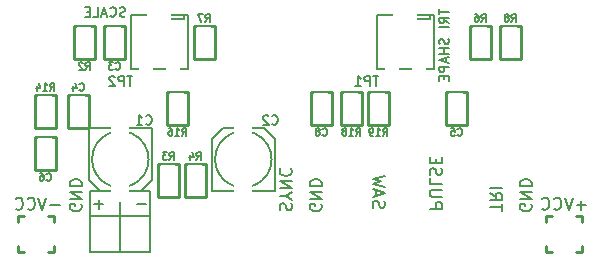
<source format=gbo>
%FSLAX34Y34*%
G04 Gerber Fmt 3.4, Leading zero omitted, Abs format*
G04 (created by PCBNEW (2013-12-24 BZR 4575)-product) date 2014-01-25 4:15:43 PM*
%MOIN*%
G01*
G70*
G90*
G04 APERTURE LIST*
%ADD10C,0.005906*%
%ADD11C,0.007874*%
%ADD12C,0.008000*%
%ADD13C,0.006000*%
%ADD14C,0.005900*%
%ADD15C,0.010000*%
%ADD16R,0.078700X0.078700*%
%ADD17R,0.051200X0.078700*%
%ADD18R,0.062900X0.118100*%
%ADD19C,0.078700*%
%ADD20R,0.045000X0.032000*%
G04 APERTURE END LIST*
G54D10*
G54D11*
X42600Y-52450D02*
X43600Y-52450D01*
X42600Y-53300D02*
X42600Y-52450D01*
X44600Y-52450D02*
X44600Y-53300D01*
X43600Y-52450D02*
X44600Y-52450D01*
X43600Y-54500D02*
X43600Y-52450D01*
X42600Y-53300D02*
X42650Y-53300D01*
X42600Y-54500D02*
X42600Y-53300D01*
X44600Y-54500D02*
X42600Y-54500D01*
X44600Y-54450D02*
X44600Y-54500D01*
X44600Y-53300D02*
X44600Y-54450D01*
X42650Y-53300D02*
X44600Y-53300D01*
G54D12*
X41573Y-52928D02*
X41269Y-52928D01*
X41135Y-52680D02*
X41002Y-53080D01*
X40869Y-52680D01*
X40507Y-53042D02*
X40526Y-53061D01*
X40583Y-53080D01*
X40621Y-53080D01*
X40678Y-53061D01*
X40716Y-53023D01*
X40735Y-52985D01*
X40754Y-52909D01*
X40754Y-52852D01*
X40735Y-52776D01*
X40716Y-52738D01*
X40678Y-52700D01*
X40621Y-52680D01*
X40583Y-52680D01*
X40526Y-52700D01*
X40507Y-52719D01*
X40107Y-53042D02*
X40126Y-53061D01*
X40183Y-53080D01*
X40221Y-53080D01*
X40278Y-53061D01*
X40316Y-53023D01*
X40335Y-52985D01*
X40354Y-52909D01*
X40354Y-52852D01*
X40335Y-52776D01*
X40316Y-52738D01*
X40278Y-52700D01*
X40221Y-52680D01*
X40183Y-52680D01*
X40126Y-52700D01*
X40107Y-52719D01*
X42300Y-52904D02*
X42319Y-52942D01*
X42319Y-53000D01*
X42300Y-53057D01*
X42261Y-53095D01*
X42223Y-53114D01*
X42147Y-53133D01*
X42090Y-53133D01*
X42014Y-53114D01*
X41976Y-53095D01*
X41938Y-53057D01*
X41919Y-53000D01*
X41919Y-52961D01*
X41938Y-52904D01*
X41957Y-52885D01*
X42090Y-52885D01*
X42090Y-52961D01*
X41919Y-52714D02*
X42319Y-52714D01*
X41919Y-52485D01*
X42319Y-52485D01*
X41919Y-52295D02*
X42319Y-52295D01*
X42319Y-52199D01*
X42300Y-52142D01*
X42261Y-52104D01*
X42223Y-52085D01*
X42147Y-52066D01*
X42090Y-52066D01*
X42014Y-52085D01*
X41976Y-52104D01*
X41938Y-52142D01*
X41919Y-52199D01*
X41919Y-52295D01*
X42878Y-52747D02*
X42878Y-53052D01*
X43030Y-52900D02*
X42726Y-52900D01*
X44157Y-52901D02*
X44462Y-52901D01*
X48938Y-53095D02*
X48919Y-53038D01*
X48919Y-52942D01*
X48938Y-52904D01*
X48957Y-52885D01*
X48995Y-52866D01*
X49033Y-52866D01*
X49071Y-52885D01*
X49090Y-52904D01*
X49109Y-52942D01*
X49128Y-53019D01*
X49147Y-53057D01*
X49166Y-53076D01*
X49204Y-53095D01*
X49242Y-53095D01*
X49280Y-53076D01*
X49300Y-53057D01*
X49319Y-53019D01*
X49319Y-52923D01*
X49300Y-52866D01*
X49109Y-52619D02*
X48919Y-52619D01*
X49319Y-52752D02*
X49109Y-52619D01*
X49319Y-52485D01*
X48919Y-52352D02*
X49319Y-52352D01*
X48919Y-52123D01*
X49319Y-52123D01*
X48957Y-51704D02*
X48938Y-51723D01*
X48919Y-51780D01*
X48919Y-51819D01*
X48938Y-51876D01*
X48976Y-51914D01*
X49014Y-51933D01*
X49090Y-51952D01*
X49147Y-51952D01*
X49223Y-51933D01*
X49261Y-51914D01*
X49300Y-51876D01*
X49319Y-51819D01*
X49319Y-51780D01*
X49300Y-51723D01*
X49280Y-51704D01*
X50300Y-52904D02*
X50319Y-52942D01*
X50319Y-53000D01*
X50300Y-53057D01*
X50261Y-53095D01*
X50223Y-53114D01*
X50147Y-53133D01*
X50090Y-53133D01*
X50014Y-53114D01*
X49976Y-53095D01*
X49938Y-53057D01*
X49919Y-53000D01*
X49919Y-52961D01*
X49938Y-52904D01*
X49957Y-52885D01*
X50090Y-52885D01*
X50090Y-52961D01*
X49919Y-52714D02*
X50319Y-52714D01*
X49919Y-52485D01*
X50319Y-52485D01*
X49919Y-52295D02*
X50319Y-52295D01*
X50319Y-52199D01*
X50300Y-52142D01*
X50261Y-52104D01*
X50223Y-52085D01*
X50147Y-52066D01*
X50090Y-52066D01*
X50014Y-52085D01*
X49976Y-52104D01*
X49938Y-52142D01*
X49919Y-52199D01*
X49919Y-52295D01*
X52038Y-53014D02*
X52019Y-52957D01*
X52019Y-52861D01*
X52038Y-52823D01*
X52057Y-52804D01*
X52095Y-52785D01*
X52133Y-52785D01*
X52171Y-52804D01*
X52190Y-52823D01*
X52209Y-52861D01*
X52228Y-52938D01*
X52247Y-52976D01*
X52266Y-52995D01*
X52304Y-53014D01*
X52342Y-53014D01*
X52380Y-52995D01*
X52400Y-52976D01*
X52419Y-52938D01*
X52419Y-52842D01*
X52400Y-52785D01*
X52133Y-52633D02*
X52133Y-52442D01*
X52019Y-52671D02*
X52419Y-52538D01*
X52019Y-52404D01*
X52419Y-52309D02*
X52019Y-52214D01*
X52304Y-52138D01*
X52019Y-52061D01*
X52419Y-51966D01*
X53919Y-53047D02*
X54319Y-53047D01*
X54319Y-52895D01*
X54300Y-52857D01*
X54280Y-52838D01*
X54242Y-52819D01*
X54185Y-52819D01*
X54147Y-52838D01*
X54128Y-52857D01*
X54109Y-52895D01*
X54109Y-53047D01*
X54319Y-52647D02*
X53995Y-52647D01*
X53957Y-52628D01*
X53938Y-52609D01*
X53919Y-52571D01*
X53919Y-52495D01*
X53938Y-52457D01*
X53957Y-52438D01*
X53995Y-52419D01*
X54319Y-52419D01*
X53919Y-52038D02*
X53919Y-52228D01*
X54319Y-52228D01*
X53938Y-51923D02*
X53919Y-51866D01*
X53919Y-51771D01*
X53938Y-51733D01*
X53957Y-51714D01*
X53995Y-51695D01*
X54033Y-51695D01*
X54071Y-51714D01*
X54090Y-51733D01*
X54109Y-51771D01*
X54128Y-51847D01*
X54147Y-51885D01*
X54166Y-51904D01*
X54204Y-51923D01*
X54242Y-51923D01*
X54280Y-51904D01*
X54300Y-51885D01*
X54319Y-51847D01*
X54319Y-51752D01*
X54300Y-51695D01*
X54128Y-51523D02*
X54128Y-51390D01*
X53919Y-51333D02*
X53919Y-51523D01*
X54319Y-51523D01*
X54319Y-51333D01*
X57300Y-52904D02*
X57319Y-52942D01*
X57319Y-53000D01*
X57300Y-53057D01*
X57261Y-53095D01*
X57223Y-53114D01*
X57147Y-53133D01*
X57090Y-53133D01*
X57014Y-53114D01*
X56976Y-53095D01*
X56938Y-53057D01*
X56919Y-53000D01*
X56919Y-52961D01*
X56938Y-52904D01*
X56957Y-52885D01*
X57090Y-52885D01*
X57090Y-52961D01*
X56919Y-52714D02*
X57319Y-52714D01*
X56919Y-52485D01*
X57319Y-52485D01*
X56919Y-52295D02*
X57319Y-52295D01*
X57319Y-52199D01*
X57300Y-52142D01*
X57261Y-52104D01*
X57223Y-52085D01*
X57147Y-52066D01*
X57090Y-52066D01*
X57014Y-52085D01*
X56976Y-52104D01*
X56938Y-52142D01*
X56919Y-52199D01*
X56919Y-52295D01*
X56319Y-53109D02*
X56319Y-52880D01*
X55919Y-52995D02*
X56319Y-52995D01*
X55919Y-52519D02*
X56109Y-52652D01*
X55919Y-52747D02*
X56319Y-52747D01*
X56319Y-52595D01*
X56300Y-52557D01*
X56280Y-52538D01*
X56242Y-52519D01*
X56185Y-52519D01*
X56147Y-52538D01*
X56128Y-52557D01*
X56109Y-52595D01*
X56109Y-52747D01*
X55919Y-52347D02*
X56319Y-52347D01*
X59123Y-52928D02*
X58819Y-52928D01*
X58971Y-53080D02*
X58971Y-52776D01*
X58685Y-52680D02*
X58552Y-53080D01*
X58419Y-52680D01*
X58057Y-53042D02*
X58076Y-53061D01*
X58133Y-53080D01*
X58171Y-53080D01*
X58228Y-53061D01*
X58266Y-53023D01*
X58285Y-52985D01*
X58304Y-52909D01*
X58304Y-52852D01*
X58285Y-52776D01*
X58266Y-52738D01*
X58228Y-52700D01*
X58171Y-52680D01*
X58133Y-52680D01*
X58076Y-52700D01*
X58057Y-52719D01*
X57657Y-53042D02*
X57676Y-53061D01*
X57733Y-53080D01*
X57771Y-53080D01*
X57828Y-53061D01*
X57866Y-53023D01*
X57885Y-52985D01*
X57904Y-52909D01*
X57904Y-52852D01*
X57885Y-52776D01*
X57866Y-52738D01*
X57828Y-52700D01*
X57771Y-52680D01*
X57733Y-52680D01*
X57676Y-52700D01*
X57657Y-52719D01*
G54D13*
X43762Y-46629D02*
X43717Y-46644D01*
X43640Y-46644D01*
X43610Y-46629D01*
X43595Y-46614D01*
X43580Y-46583D01*
X43580Y-46553D01*
X43595Y-46522D01*
X43610Y-46507D01*
X43640Y-46492D01*
X43701Y-46477D01*
X43732Y-46461D01*
X43747Y-46446D01*
X43762Y-46416D01*
X43762Y-46385D01*
X43747Y-46355D01*
X43732Y-46340D01*
X43701Y-46324D01*
X43625Y-46324D01*
X43580Y-46340D01*
X43260Y-46614D02*
X43275Y-46629D01*
X43320Y-46644D01*
X43351Y-46644D01*
X43397Y-46629D01*
X43427Y-46599D01*
X43442Y-46568D01*
X43458Y-46507D01*
X43458Y-46461D01*
X43442Y-46400D01*
X43427Y-46370D01*
X43397Y-46340D01*
X43351Y-46324D01*
X43320Y-46324D01*
X43275Y-46340D01*
X43260Y-46355D01*
X43138Y-46553D02*
X42985Y-46553D01*
X43168Y-46644D02*
X43061Y-46324D01*
X42955Y-46644D01*
X42696Y-46644D02*
X42848Y-46644D01*
X42848Y-46324D01*
X42589Y-46477D02*
X42482Y-46477D01*
X42437Y-46644D02*
X42589Y-46644D01*
X42589Y-46324D01*
X42437Y-46324D01*
X54224Y-46388D02*
X54224Y-46571D01*
X54544Y-46480D02*
X54224Y-46480D01*
X54544Y-46860D02*
X54392Y-46754D01*
X54544Y-46678D02*
X54224Y-46678D01*
X54224Y-46800D01*
X54240Y-46830D01*
X54255Y-46845D01*
X54285Y-46860D01*
X54331Y-46860D01*
X54361Y-46845D01*
X54377Y-46830D01*
X54392Y-46800D01*
X54392Y-46678D01*
X54544Y-46998D02*
X54224Y-46998D01*
X54529Y-47379D02*
X54544Y-47424D01*
X54544Y-47500D01*
X54529Y-47531D01*
X54514Y-47546D01*
X54483Y-47561D01*
X54453Y-47561D01*
X54422Y-47546D01*
X54407Y-47531D01*
X54392Y-47500D01*
X54377Y-47440D01*
X54361Y-47409D01*
X54346Y-47394D01*
X54316Y-47379D01*
X54285Y-47379D01*
X54255Y-47394D01*
X54240Y-47409D01*
X54224Y-47440D01*
X54224Y-47516D01*
X54240Y-47561D01*
X54544Y-47699D02*
X54224Y-47699D01*
X54377Y-47699D02*
X54377Y-47881D01*
X54544Y-47881D02*
X54224Y-47881D01*
X54453Y-48019D02*
X54453Y-48171D01*
X54544Y-47988D02*
X54224Y-48095D01*
X54544Y-48201D01*
X54544Y-48308D02*
X54224Y-48308D01*
X54224Y-48430D01*
X54240Y-48460D01*
X54255Y-48476D01*
X54285Y-48491D01*
X54331Y-48491D01*
X54361Y-48476D01*
X54377Y-48460D01*
X54392Y-48430D01*
X54392Y-48308D01*
X54377Y-48628D02*
X54377Y-48735D01*
X54544Y-48780D02*
X54544Y-48628D01*
X54224Y-48628D01*
X54224Y-48780D01*
G54D14*
X53927Y-46594D02*
X53927Y-46713D01*
X53927Y-46713D02*
X53257Y-46713D01*
X53257Y-46713D02*
X53257Y-46594D01*
X54045Y-46594D02*
X52155Y-46594D01*
X52155Y-46594D02*
X52155Y-48406D01*
X52155Y-48406D02*
X54045Y-48406D01*
X54045Y-48406D02*
X54045Y-46594D01*
X45727Y-46594D02*
X45727Y-46713D01*
X45727Y-46713D02*
X45057Y-46713D01*
X45057Y-46713D02*
X45057Y-46594D01*
X45845Y-46594D02*
X43955Y-46594D01*
X43955Y-46594D02*
X43955Y-48406D01*
X43955Y-48406D02*
X45845Y-48406D01*
X45845Y-48406D02*
X45845Y-46594D01*
G54D12*
X46657Y-50712D02*
X46657Y-52443D01*
X46657Y-52443D02*
X47267Y-52443D01*
X47267Y-52443D02*
X48133Y-52443D01*
X48133Y-52443D02*
X48743Y-52443D01*
X48743Y-52443D02*
X48743Y-50712D01*
X48388Y-50357D02*
X48133Y-50357D01*
X48133Y-50357D02*
X47267Y-50357D01*
X47267Y-50357D02*
X47012Y-50357D01*
X47012Y-50357D02*
X46657Y-50712D01*
X48743Y-50712D02*
X48388Y-50357D01*
X47324Y-52265D02*
G75*
G02X47326Y-50534I375J865D01*
G74*
G01*
X48073Y-52266D02*
G75*
G02X47326Y-52266I-373J866D01*
G74*
G01*
X48075Y-50534D02*
G75*
G02X48074Y-52266I-375J-865D01*
G74*
G01*
X47326Y-50533D02*
G75*
G02X48074Y-50534I373J-866D01*
G74*
G01*
X44643Y-52088D02*
X44643Y-50357D01*
X44643Y-50357D02*
X44033Y-50357D01*
X44033Y-50357D02*
X43167Y-50357D01*
X43167Y-50357D02*
X42557Y-50357D01*
X42557Y-50357D02*
X42557Y-52088D01*
X42912Y-52443D02*
X43167Y-52443D01*
X43167Y-52443D02*
X44033Y-52443D01*
X44033Y-52443D02*
X44288Y-52443D01*
X44288Y-52443D02*
X44643Y-52088D01*
X42557Y-52088D02*
X42912Y-52443D01*
X43975Y-50534D02*
G75*
G02X43974Y-52266I-375J-865D01*
G74*
G01*
X43226Y-50533D02*
G75*
G02X43974Y-50534I373J-866D01*
G74*
G01*
X43224Y-52265D02*
G75*
G02X43226Y-50534I375J865D01*
G74*
G01*
X43973Y-52266D02*
G75*
G02X43226Y-52266I-373J866D01*
G74*
G01*
G54D15*
X41200Y-54500D02*
X41400Y-54500D01*
X41400Y-54500D02*
X41400Y-54300D01*
X41200Y-53300D02*
X41400Y-53300D01*
X41400Y-53300D02*
X41400Y-53500D01*
X40200Y-53500D02*
X40200Y-53300D01*
X40200Y-53300D02*
X40400Y-53300D01*
X40400Y-54500D02*
X40200Y-54500D01*
X40200Y-54500D02*
X40200Y-54300D01*
X58800Y-54500D02*
X59000Y-54500D01*
X59000Y-54500D02*
X59000Y-54300D01*
X58800Y-53300D02*
X59000Y-53300D01*
X59000Y-53300D02*
X59000Y-53500D01*
X57800Y-53500D02*
X57800Y-53300D01*
X57800Y-53300D02*
X58000Y-53300D01*
X58000Y-54500D02*
X57800Y-54500D01*
X57800Y-54500D02*
X57800Y-54300D01*
X51845Y-50251D02*
X51845Y-49148D01*
X51845Y-49148D02*
X52554Y-49148D01*
X52554Y-49148D02*
X52554Y-50251D01*
X52554Y-50251D02*
X51845Y-50251D01*
X51654Y-49148D02*
X51654Y-50251D01*
X51654Y-50251D02*
X50945Y-50251D01*
X50945Y-50251D02*
X50945Y-49148D01*
X50945Y-49148D02*
X51654Y-49148D01*
X45854Y-49148D02*
X45854Y-50251D01*
X45854Y-50251D02*
X45145Y-50251D01*
X45145Y-50251D02*
X45145Y-49148D01*
X45145Y-49148D02*
X45854Y-49148D01*
X40745Y-50351D02*
X40745Y-49248D01*
X40745Y-49248D02*
X41454Y-49248D01*
X41454Y-49248D02*
X41454Y-50351D01*
X41454Y-50351D02*
X40745Y-50351D01*
X56954Y-46948D02*
X56954Y-48051D01*
X56954Y-48051D02*
X56245Y-48051D01*
X56245Y-48051D02*
X56245Y-46948D01*
X56245Y-46948D02*
X56954Y-46948D01*
X46045Y-48051D02*
X46045Y-46948D01*
X46045Y-46948D02*
X46754Y-46948D01*
X46754Y-46948D02*
X46754Y-48051D01*
X46754Y-48051D02*
X46045Y-48051D01*
X55954Y-46948D02*
X55954Y-48051D01*
X55954Y-48051D02*
X55245Y-48051D01*
X55245Y-48051D02*
X55245Y-46948D01*
X55245Y-46948D02*
X55954Y-46948D01*
X45745Y-52651D02*
X45745Y-51548D01*
X45745Y-51548D02*
X46454Y-51548D01*
X46454Y-51548D02*
X46454Y-52651D01*
X46454Y-52651D02*
X45745Y-52651D01*
X44845Y-52651D02*
X44845Y-51548D01*
X44845Y-51548D02*
X45554Y-51548D01*
X45554Y-51548D02*
X45554Y-52651D01*
X45554Y-52651D02*
X44845Y-52651D01*
X42045Y-48051D02*
X42045Y-46948D01*
X42045Y-46948D02*
X42754Y-46948D01*
X42754Y-46948D02*
X42754Y-48051D01*
X42754Y-48051D02*
X42045Y-48051D01*
X49945Y-50251D02*
X49945Y-49148D01*
X49945Y-49148D02*
X50654Y-49148D01*
X50654Y-49148D02*
X50654Y-50251D01*
X50654Y-50251D02*
X49945Y-50251D01*
X41454Y-50648D02*
X41454Y-51751D01*
X41454Y-51751D02*
X40745Y-51751D01*
X40745Y-51751D02*
X40745Y-50648D01*
X40745Y-50648D02*
X41454Y-50648D01*
X55154Y-49148D02*
X55154Y-50251D01*
X55154Y-50251D02*
X54445Y-50251D01*
X54445Y-50251D02*
X54445Y-49148D01*
X54445Y-49148D02*
X55154Y-49148D01*
X42554Y-49248D02*
X42554Y-50351D01*
X42554Y-50351D02*
X41845Y-50351D01*
X41845Y-50351D02*
X41845Y-49248D01*
X41845Y-49248D02*
X42554Y-49248D01*
X43754Y-46948D02*
X43754Y-48051D01*
X43754Y-48051D02*
X43045Y-48051D01*
X43045Y-48051D02*
X43045Y-46948D01*
X43045Y-46948D02*
X43754Y-46948D01*
G54D13*
X52203Y-48624D02*
X52020Y-48624D01*
X52112Y-48944D02*
X52112Y-48624D01*
X51914Y-48944D02*
X51914Y-48624D01*
X51792Y-48624D01*
X51761Y-48640D01*
X51746Y-48655D01*
X51731Y-48685D01*
X51731Y-48731D01*
X51746Y-48761D01*
X51761Y-48777D01*
X51792Y-48792D01*
X51914Y-48792D01*
X51426Y-48944D02*
X51609Y-48944D01*
X51518Y-48944D02*
X51518Y-48624D01*
X51548Y-48670D01*
X51579Y-48700D01*
X51609Y-48716D01*
X44003Y-48624D02*
X43820Y-48624D01*
X43912Y-48944D02*
X43912Y-48624D01*
X43714Y-48944D02*
X43714Y-48624D01*
X43592Y-48624D01*
X43561Y-48640D01*
X43546Y-48655D01*
X43531Y-48685D01*
X43531Y-48731D01*
X43546Y-48761D01*
X43561Y-48777D01*
X43592Y-48792D01*
X43714Y-48792D01*
X43409Y-48655D02*
X43394Y-48640D01*
X43363Y-48624D01*
X43287Y-48624D01*
X43257Y-48640D01*
X43241Y-48655D01*
X43226Y-48685D01*
X43226Y-48716D01*
X43241Y-48761D01*
X43424Y-48944D01*
X43226Y-48944D01*
X48653Y-50214D02*
X48668Y-50229D01*
X48714Y-50244D01*
X48744Y-50244D01*
X48790Y-50229D01*
X48820Y-50199D01*
X48836Y-50168D01*
X48851Y-50107D01*
X48851Y-50061D01*
X48836Y-50000D01*
X48820Y-49970D01*
X48790Y-49940D01*
X48744Y-49924D01*
X48714Y-49924D01*
X48668Y-49940D01*
X48653Y-49955D01*
X48531Y-49955D02*
X48516Y-49940D01*
X48485Y-49924D01*
X48409Y-49924D01*
X48379Y-49940D01*
X48363Y-49955D01*
X48348Y-49985D01*
X48348Y-50016D01*
X48363Y-50061D01*
X48546Y-50244D01*
X48348Y-50244D01*
X44453Y-50214D02*
X44468Y-50229D01*
X44514Y-50244D01*
X44544Y-50244D01*
X44590Y-50229D01*
X44620Y-50199D01*
X44636Y-50168D01*
X44651Y-50107D01*
X44651Y-50061D01*
X44636Y-50000D01*
X44620Y-49970D01*
X44590Y-49940D01*
X44544Y-49924D01*
X44514Y-49924D01*
X44468Y-49940D01*
X44453Y-49955D01*
X44148Y-50244D02*
X44331Y-50244D01*
X44239Y-50244D02*
X44239Y-49924D01*
X44270Y-49970D01*
X44300Y-50000D01*
X44331Y-50016D01*
X52354Y-50608D02*
X52434Y-50494D01*
X52491Y-50608D02*
X52491Y-50368D01*
X52400Y-50368D01*
X52377Y-50380D01*
X52365Y-50391D01*
X52354Y-50414D01*
X52354Y-50448D01*
X52365Y-50471D01*
X52377Y-50482D01*
X52400Y-50494D01*
X52491Y-50494D01*
X52125Y-50608D02*
X52262Y-50608D01*
X52194Y-50608D02*
X52194Y-50368D01*
X52217Y-50402D01*
X52240Y-50425D01*
X52262Y-50437D01*
X52011Y-50608D02*
X51965Y-50608D01*
X51942Y-50597D01*
X51931Y-50585D01*
X51908Y-50551D01*
X51897Y-50505D01*
X51897Y-50414D01*
X51908Y-50391D01*
X51920Y-50380D01*
X51942Y-50368D01*
X51988Y-50368D01*
X52011Y-50380D01*
X52022Y-50391D01*
X52034Y-50414D01*
X52034Y-50471D01*
X52022Y-50494D01*
X52011Y-50505D01*
X51988Y-50517D01*
X51942Y-50517D01*
X51920Y-50505D01*
X51908Y-50494D01*
X51897Y-50471D01*
X51454Y-50608D02*
X51534Y-50494D01*
X51591Y-50608D02*
X51591Y-50368D01*
X51500Y-50368D01*
X51477Y-50380D01*
X51465Y-50391D01*
X51454Y-50414D01*
X51454Y-50448D01*
X51465Y-50471D01*
X51477Y-50482D01*
X51500Y-50494D01*
X51591Y-50494D01*
X51225Y-50608D02*
X51362Y-50608D01*
X51294Y-50608D02*
X51294Y-50368D01*
X51317Y-50402D01*
X51340Y-50425D01*
X51362Y-50437D01*
X51088Y-50471D02*
X51111Y-50460D01*
X51122Y-50448D01*
X51134Y-50425D01*
X51134Y-50414D01*
X51122Y-50391D01*
X51111Y-50380D01*
X51088Y-50368D01*
X51042Y-50368D01*
X51020Y-50380D01*
X51008Y-50391D01*
X50997Y-50414D01*
X50997Y-50425D01*
X51008Y-50448D01*
X51020Y-50460D01*
X51042Y-50471D01*
X51088Y-50471D01*
X51111Y-50482D01*
X51122Y-50494D01*
X51134Y-50517D01*
X51134Y-50562D01*
X51122Y-50585D01*
X51111Y-50597D01*
X51088Y-50608D01*
X51042Y-50608D01*
X51020Y-50597D01*
X51008Y-50585D01*
X50997Y-50562D01*
X50997Y-50517D01*
X51008Y-50494D01*
X51020Y-50482D01*
X51042Y-50471D01*
X45654Y-50608D02*
X45734Y-50494D01*
X45791Y-50608D02*
X45791Y-50368D01*
X45700Y-50368D01*
X45677Y-50380D01*
X45665Y-50391D01*
X45654Y-50414D01*
X45654Y-50448D01*
X45665Y-50471D01*
X45677Y-50482D01*
X45700Y-50494D01*
X45791Y-50494D01*
X45425Y-50608D02*
X45562Y-50608D01*
X45494Y-50608D02*
X45494Y-50368D01*
X45517Y-50402D01*
X45540Y-50425D01*
X45562Y-50437D01*
X45220Y-50368D02*
X45265Y-50368D01*
X45288Y-50380D01*
X45300Y-50391D01*
X45322Y-50425D01*
X45334Y-50471D01*
X45334Y-50562D01*
X45322Y-50585D01*
X45311Y-50597D01*
X45288Y-50608D01*
X45242Y-50608D01*
X45220Y-50597D01*
X45208Y-50585D01*
X45197Y-50562D01*
X45197Y-50505D01*
X45208Y-50482D01*
X45220Y-50471D01*
X45242Y-50460D01*
X45288Y-50460D01*
X45311Y-50471D01*
X45322Y-50482D01*
X45334Y-50505D01*
X41254Y-49108D02*
X41334Y-48994D01*
X41391Y-49108D02*
X41391Y-48868D01*
X41300Y-48868D01*
X41277Y-48880D01*
X41265Y-48891D01*
X41254Y-48914D01*
X41254Y-48948D01*
X41265Y-48971D01*
X41277Y-48982D01*
X41300Y-48994D01*
X41391Y-48994D01*
X41025Y-49108D02*
X41162Y-49108D01*
X41094Y-49108D02*
X41094Y-48868D01*
X41117Y-48902D01*
X41140Y-48925D01*
X41162Y-48937D01*
X40820Y-48948D02*
X40820Y-49108D01*
X40877Y-48857D02*
X40934Y-49028D01*
X40785Y-49028D01*
X56639Y-46808D02*
X56719Y-46694D01*
X56777Y-46808D02*
X56777Y-46568D01*
X56685Y-46568D01*
X56662Y-46580D01*
X56651Y-46591D01*
X56639Y-46614D01*
X56639Y-46648D01*
X56651Y-46671D01*
X56662Y-46682D01*
X56685Y-46694D01*
X56777Y-46694D01*
X56502Y-46671D02*
X56525Y-46660D01*
X56537Y-46648D01*
X56548Y-46625D01*
X56548Y-46614D01*
X56537Y-46591D01*
X56525Y-46580D01*
X56502Y-46568D01*
X56457Y-46568D01*
X56434Y-46580D01*
X56422Y-46591D01*
X56411Y-46614D01*
X56411Y-46625D01*
X56422Y-46648D01*
X56434Y-46660D01*
X56457Y-46671D01*
X56502Y-46671D01*
X56525Y-46682D01*
X56537Y-46694D01*
X56548Y-46717D01*
X56548Y-46762D01*
X56537Y-46785D01*
X56525Y-46797D01*
X56502Y-46808D01*
X56457Y-46808D01*
X56434Y-46797D01*
X56422Y-46785D01*
X56411Y-46762D01*
X56411Y-46717D01*
X56422Y-46694D01*
X56434Y-46682D01*
X56457Y-46671D01*
X46439Y-46808D02*
X46519Y-46694D01*
X46577Y-46808D02*
X46577Y-46568D01*
X46485Y-46568D01*
X46462Y-46580D01*
X46451Y-46591D01*
X46439Y-46614D01*
X46439Y-46648D01*
X46451Y-46671D01*
X46462Y-46682D01*
X46485Y-46694D01*
X46577Y-46694D01*
X46359Y-46568D02*
X46199Y-46568D01*
X46302Y-46808D01*
X55639Y-46808D02*
X55719Y-46694D01*
X55777Y-46808D02*
X55777Y-46568D01*
X55685Y-46568D01*
X55662Y-46580D01*
X55651Y-46591D01*
X55639Y-46614D01*
X55639Y-46648D01*
X55651Y-46671D01*
X55662Y-46682D01*
X55685Y-46694D01*
X55777Y-46694D01*
X55434Y-46568D02*
X55479Y-46568D01*
X55502Y-46580D01*
X55514Y-46591D01*
X55537Y-46625D01*
X55548Y-46671D01*
X55548Y-46762D01*
X55537Y-46785D01*
X55525Y-46797D01*
X55502Y-46808D01*
X55457Y-46808D01*
X55434Y-46797D01*
X55422Y-46785D01*
X55411Y-46762D01*
X55411Y-46705D01*
X55422Y-46682D01*
X55434Y-46671D01*
X55457Y-46660D01*
X55502Y-46660D01*
X55525Y-46671D01*
X55537Y-46682D01*
X55548Y-46705D01*
X46139Y-51408D02*
X46219Y-51294D01*
X46277Y-51408D02*
X46277Y-51168D01*
X46185Y-51168D01*
X46162Y-51180D01*
X46151Y-51191D01*
X46139Y-51214D01*
X46139Y-51248D01*
X46151Y-51271D01*
X46162Y-51282D01*
X46185Y-51294D01*
X46277Y-51294D01*
X45934Y-51248D02*
X45934Y-51408D01*
X45991Y-51157D02*
X46048Y-51328D01*
X45899Y-51328D01*
X45239Y-51408D02*
X45319Y-51294D01*
X45377Y-51408D02*
X45377Y-51168D01*
X45285Y-51168D01*
X45262Y-51180D01*
X45251Y-51191D01*
X45239Y-51214D01*
X45239Y-51248D01*
X45251Y-51271D01*
X45262Y-51282D01*
X45285Y-51294D01*
X45377Y-51294D01*
X45159Y-51168D02*
X45011Y-51168D01*
X45091Y-51260D01*
X45057Y-51260D01*
X45034Y-51271D01*
X45022Y-51282D01*
X45011Y-51305D01*
X45011Y-51362D01*
X45022Y-51385D01*
X45034Y-51397D01*
X45057Y-51408D01*
X45125Y-51408D01*
X45148Y-51397D01*
X45159Y-51385D01*
X42439Y-48408D02*
X42519Y-48294D01*
X42577Y-48408D02*
X42577Y-48168D01*
X42485Y-48168D01*
X42462Y-48180D01*
X42451Y-48191D01*
X42439Y-48214D01*
X42439Y-48248D01*
X42451Y-48271D01*
X42462Y-48282D01*
X42485Y-48294D01*
X42577Y-48294D01*
X42348Y-48191D02*
X42337Y-48180D01*
X42314Y-48168D01*
X42257Y-48168D01*
X42234Y-48180D01*
X42222Y-48191D01*
X42211Y-48214D01*
X42211Y-48237D01*
X42222Y-48271D01*
X42359Y-48408D01*
X42211Y-48408D01*
X50339Y-50585D02*
X50351Y-50597D01*
X50385Y-50608D01*
X50408Y-50608D01*
X50442Y-50597D01*
X50465Y-50574D01*
X50477Y-50551D01*
X50488Y-50505D01*
X50488Y-50471D01*
X50477Y-50425D01*
X50465Y-50402D01*
X50442Y-50380D01*
X50408Y-50368D01*
X50385Y-50368D01*
X50351Y-50380D01*
X50339Y-50391D01*
X50202Y-50471D02*
X50225Y-50460D01*
X50237Y-50448D01*
X50248Y-50425D01*
X50248Y-50414D01*
X50237Y-50391D01*
X50225Y-50380D01*
X50202Y-50368D01*
X50157Y-50368D01*
X50134Y-50380D01*
X50122Y-50391D01*
X50111Y-50414D01*
X50111Y-50425D01*
X50122Y-50448D01*
X50134Y-50460D01*
X50157Y-50471D01*
X50202Y-50471D01*
X50225Y-50482D01*
X50237Y-50494D01*
X50248Y-50517D01*
X50248Y-50562D01*
X50237Y-50585D01*
X50225Y-50597D01*
X50202Y-50608D01*
X50157Y-50608D01*
X50134Y-50597D01*
X50122Y-50585D01*
X50111Y-50562D01*
X50111Y-50517D01*
X50122Y-50494D01*
X50134Y-50482D01*
X50157Y-50471D01*
X41139Y-52085D02*
X41151Y-52097D01*
X41185Y-52108D01*
X41208Y-52108D01*
X41242Y-52097D01*
X41265Y-52074D01*
X41277Y-52051D01*
X41288Y-52005D01*
X41288Y-51971D01*
X41277Y-51925D01*
X41265Y-51902D01*
X41242Y-51880D01*
X41208Y-51868D01*
X41185Y-51868D01*
X41151Y-51880D01*
X41139Y-51891D01*
X40934Y-51868D02*
X40979Y-51868D01*
X41002Y-51880D01*
X41014Y-51891D01*
X41037Y-51925D01*
X41048Y-51971D01*
X41048Y-52062D01*
X41037Y-52085D01*
X41025Y-52097D01*
X41002Y-52108D01*
X40957Y-52108D01*
X40934Y-52097D01*
X40922Y-52085D01*
X40911Y-52062D01*
X40911Y-52005D01*
X40922Y-51982D01*
X40934Y-51971D01*
X40957Y-51960D01*
X41002Y-51960D01*
X41025Y-51971D01*
X41037Y-51982D01*
X41048Y-52005D01*
X54839Y-50585D02*
X54851Y-50597D01*
X54885Y-50608D01*
X54908Y-50608D01*
X54942Y-50597D01*
X54965Y-50574D01*
X54977Y-50551D01*
X54988Y-50505D01*
X54988Y-50471D01*
X54977Y-50425D01*
X54965Y-50402D01*
X54942Y-50380D01*
X54908Y-50368D01*
X54885Y-50368D01*
X54851Y-50380D01*
X54839Y-50391D01*
X54622Y-50368D02*
X54737Y-50368D01*
X54748Y-50482D01*
X54737Y-50471D01*
X54714Y-50460D01*
X54657Y-50460D01*
X54634Y-50471D01*
X54622Y-50482D01*
X54611Y-50505D01*
X54611Y-50562D01*
X54622Y-50585D01*
X54634Y-50597D01*
X54657Y-50608D01*
X54714Y-50608D01*
X54737Y-50597D01*
X54748Y-50585D01*
X42239Y-49085D02*
X42251Y-49097D01*
X42285Y-49108D01*
X42308Y-49108D01*
X42342Y-49097D01*
X42365Y-49074D01*
X42377Y-49051D01*
X42388Y-49005D01*
X42388Y-48971D01*
X42377Y-48925D01*
X42365Y-48902D01*
X42342Y-48880D01*
X42308Y-48868D01*
X42285Y-48868D01*
X42251Y-48880D01*
X42239Y-48891D01*
X42034Y-48948D02*
X42034Y-49108D01*
X42091Y-48857D02*
X42148Y-49028D01*
X41999Y-49028D01*
X43439Y-48385D02*
X43451Y-48397D01*
X43485Y-48408D01*
X43508Y-48408D01*
X43542Y-48397D01*
X43565Y-48374D01*
X43577Y-48351D01*
X43588Y-48305D01*
X43588Y-48271D01*
X43577Y-48225D01*
X43565Y-48202D01*
X43542Y-48180D01*
X43508Y-48168D01*
X43485Y-48168D01*
X43451Y-48180D01*
X43439Y-48191D01*
X43359Y-48168D02*
X43211Y-48168D01*
X43291Y-48260D01*
X43257Y-48260D01*
X43234Y-48271D01*
X43222Y-48282D01*
X43211Y-48305D01*
X43211Y-48362D01*
X43222Y-48385D01*
X43234Y-48397D01*
X43257Y-48408D01*
X43325Y-48408D01*
X43348Y-48397D01*
X43359Y-48385D01*
%LPC*%
G54D16*
X53100Y-46713D03*
G54D17*
X53553Y-48287D03*
X52647Y-48287D03*
G54D16*
X44900Y-46713D03*
G54D17*
X45353Y-48287D03*
X44447Y-48287D03*
G54D18*
X47700Y-50534D03*
X47700Y-52266D03*
X43600Y-52266D03*
X43600Y-50534D03*
G54D16*
X40800Y-53900D03*
X58400Y-53900D03*
X42100Y-53900D03*
G54D19*
X43100Y-53900D03*
X44100Y-53900D03*
X45100Y-53900D03*
X46100Y-53900D03*
X47100Y-53900D03*
X48100Y-53900D03*
X49100Y-53900D03*
X50100Y-53900D03*
X51100Y-53900D03*
X52100Y-53900D03*
X53100Y-53900D03*
X54100Y-53900D03*
X55100Y-53900D03*
X56100Y-53900D03*
X57100Y-53900D03*
G54D20*
X52200Y-50035D03*
X52200Y-49365D03*
X51300Y-49365D03*
X51300Y-50035D03*
X45500Y-49365D03*
X45500Y-50035D03*
X41100Y-50135D03*
X41100Y-49465D03*
X56600Y-47165D03*
X56600Y-47835D03*
X46400Y-47835D03*
X46400Y-47165D03*
X55600Y-47165D03*
X55600Y-47835D03*
X46100Y-52435D03*
X46100Y-51765D03*
X45200Y-52435D03*
X45200Y-51765D03*
X42400Y-47835D03*
X42400Y-47165D03*
X50300Y-50035D03*
X50300Y-49365D03*
X41100Y-50865D03*
X41100Y-51535D03*
X54800Y-49365D03*
X54800Y-50035D03*
X42200Y-49465D03*
X42200Y-50135D03*
X43400Y-47165D03*
X43400Y-47835D03*
M02*

</source>
